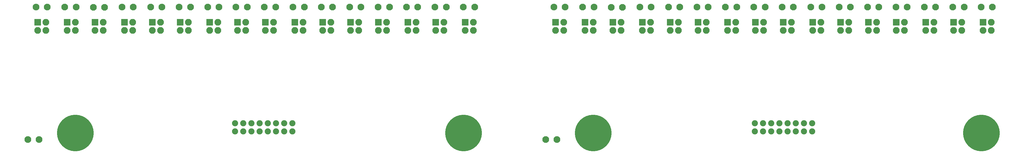
<source format=gbr>
G04 #@! TF.FileFunction,Soldermask,Bot*
%FSLAX46Y46*%
G04 Gerber Fmt 4.6, Leading zero omitted, Abs format (unit mm)*
G04 Created by KiCad (PCBNEW 4.0.6) date 06/29/17 23:58:37*
%MOMM*%
%LPD*%
G01*
G04 APERTURE LIST*
%ADD10C,0.100000*%
%ADD11C,11.400000*%
%ADD12C,1.100000*%
%ADD13R,2.100000X2.100000*%
%ADD14O,2.100000X2.100000*%
%ADD15C,2.100000*%
%ADD16C,1.900000*%
G04 APERTURE END LIST*
D10*
D11*
X325699120Y-66040000D03*
D12*
X329824120Y-66040000D03*
X328625935Y-68966815D03*
X325699120Y-70165000D03*
X322772305Y-68966815D03*
X321574120Y-66040000D03*
X322772305Y-63113185D03*
X325699120Y-61915000D03*
X328625935Y-63113185D03*
D11*
X205303120Y-66040000D03*
D12*
X209428120Y-66040000D03*
X208229935Y-68966815D03*
X205303120Y-70165000D03*
X202376305Y-68966815D03*
X201178120Y-66040000D03*
X202376305Y-63113185D03*
X205303120Y-61915000D03*
X208229935Y-63113185D03*
D13*
X326207120Y-31496000D03*
D14*
X328747120Y-31496000D03*
X326207120Y-34036000D03*
X328747120Y-34036000D03*
D13*
X317063120Y-31496000D03*
D14*
X319603120Y-31496000D03*
X317063120Y-34036000D03*
X319603120Y-34036000D03*
D13*
X308427120Y-31496000D03*
D14*
X310967120Y-31496000D03*
X308427120Y-34036000D03*
X310967120Y-34036000D03*
D13*
X299283120Y-31496000D03*
D14*
X301823120Y-31496000D03*
X299283120Y-34036000D03*
X301823120Y-34036000D03*
D13*
X290647120Y-31496000D03*
D14*
X293187120Y-31496000D03*
X290647120Y-34036000D03*
X293187120Y-34036000D03*
D13*
X282011120Y-31496000D03*
D14*
X284551120Y-31496000D03*
X282011120Y-34036000D03*
X284551120Y-34036000D03*
D13*
X273375120Y-31496000D03*
D14*
X275915120Y-31496000D03*
X273375120Y-34036000D03*
X275915120Y-34036000D03*
D13*
X264231120Y-31496000D03*
D14*
X266771120Y-31496000D03*
X264231120Y-34036000D03*
X266771120Y-34036000D03*
D13*
X255595120Y-31496000D03*
D14*
X258135120Y-31496000D03*
X255595120Y-34036000D03*
X258135120Y-34036000D03*
D13*
X246959120Y-31496000D03*
D14*
X249499120Y-31496000D03*
X246959120Y-34036000D03*
X249499120Y-34036000D03*
D13*
X237815120Y-31496000D03*
D14*
X240355120Y-31496000D03*
X237815120Y-34036000D03*
X240355120Y-34036000D03*
D13*
X229179120Y-31496000D03*
D14*
X231719120Y-31496000D03*
X229179120Y-34036000D03*
X231719120Y-34036000D03*
D13*
X220543120Y-31496000D03*
D14*
X223083120Y-31496000D03*
X220543120Y-34036000D03*
X223083120Y-34036000D03*
D13*
X211399120Y-31496000D03*
D14*
X213939120Y-31496000D03*
X211399120Y-34036000D03*
X213939120Y-34036000D03*
D13*
X202763120Y-31496000D03*
D14*
X205303120Y-31496000D03*
X202763120Y-34036000D03*
X205303120Y-34036000D03*
D13*
X193619120Y-31496000D03*
D14*
X196159120Y-31496000D03*
X193619120Y-34036000D03*
X196159120Y-34036000D03*
D15*
X190571120Y-68072000D03*
X194071120Y-68072000D03*
X196616320Y-26771600D03*
X193116320Y-26771600D03*
X205557120Y-26771600D03*
X202057120Y-26771600D03*
X223286320Y-26771600D03*
X219786320Y-26771600D03*
X214396320Y-26822400D03*
X210896320Y-26822400D03*
X249854720Y-26771600D03*
X246354720Y-26771600D03*
X258643120Y-26771600D03*
X255143120Y-26771600D03*
X241015520Y-26771600D03*
X237515520Y-26771600D03*
X232176320Y-26771600D03*
X228676320Y-26771600D03*
X302737520Y-26771600D03*
X299237520Y-26771600D03*
X311525920Y-26771600D03*
X308025920Y-26771600D03*
X329153520Y-26771600D03*
X325653520Y-26771600D03*
X320365120Y-26771600D03*
X316865120Y-26771600D03*
X285109920Y-26771600D03*
X281609920Y-26771600D03*
X293898320Y-26771600D03*
X290398320Y-26771600D03*
X276321520Y-26771600D03*
X272821520Y-26771600D03*
X267431520Y-26771600D03*
X263931520Y-26771600D03*
X106832400Y-26771600D03*
X103332400Y-26771600D03*
X115722400Y-26771600D03*
X112222400Y-26771600D03*
X133299200Y-26771600D03*
X129799200Y-26771600D03*
X124510800Y-26771600D03*
X121010800Y-26771600D03*
X159766000Y-26771600D03*
X156266000Y-26771600D03*
X168554400Y-26771600D03*
X165054400Y-26771600D03*
X150926800Y-26771600D03*
X147426800Y-26771600D03*
X142138400Y-26771600D03*
X138638400Y-26771600D03*
X71577200Y-26771600D03*
X68077200Y-26771600D03*
X80416400Y-26771600D03*
X76916400Y-26771600D03*
X98044000Y-26771600D03*
X94544000Y-26771600D03*
X89255600Y-26771600D03*
X85755600Y-26771600D03*
X53797200Y-26822400D03*
X50297200Y-26822400D03*
X62687200Y-26771600D03*
X59187200Y-26771600D03*
X44958000Y-26771600D03*
X41458000Y-26771600D03*
X36017200Y-26771600D03*
X32517200Y-26771600D03*
X29972000Y-68072000D03*
X33472000Y-68072000D03*
D13*
X33020000Y-31496000D03*
D14*
X35560000Y-31496000D03*
X33020000Y-34036000D03*
X35560000Y-34036000D03*
D13*
X42164000Y-31496000D03*
D14*
X44704000Y-31496000D03*
X42164000Y-34036000D03*
X44704000Y-34036000D03*
D13*
X50800000Y-31496000D03*
D14*
X53340000Y-31496000D03*
X50800000Y-34036000D03*
X53340000Y-34036000D03*
D13*
X59944000Y-31496000D03*
D14*
X62484000Y-31496000D03*
X59944000Y-34036000D03*
X62484000Y-34036000D03*
D13*
X68580000Y-31496000D03*
D14*
X71120000Y-31496000D03*
X68580000Y-34036000D03*
X71120000Y-34036000D03*
D13*
X77216000Y-31496000D03*
D14*
X79756000Y-31496000D03*
X77216000Y-34036000D03*
X79756000Y-34036000D03*
D13*
X86360000Y-31496000D03*
D14*
X88900000Y-31496000D03*
X86360000Y-34036000D03*
X88900000Y-34036000D03*
D13*
X94996000Y-31496000D03*
D14*
X97536000Y-31496000D03*
X94996000Y-34036000D03*
X97536000Y-34036000D03*
D13*
X103632000Y-31496000D03*
D14*
X106172000Y-31496000D03*
X103632000Y-34036000D03*
X106172000Y-34036000D03*
D13*
X112776000Y-31496000D03*
D14*
X115316000Y-31496000D03*
X112776000Y-34036000D03*
X115316000Y-34036000D03*
D13*
X121412000Y-31496000D03*
D14*
X123952000Y-31496000D03*
X121412000Y-34036000D03*
X123952000Y-34036000D03*
D13*
X130048000Y-31496000D03*
D14*
X132588000Y-31496000D03*
X130048000Y-34036000D03*
X132588000Y-34036000D03*
D13*
X138684000Y-31496000D03*
D14*
X141224000Y-31496000D03*
X138684000Y-34036000D03*
X141224000Y-34036000D03*
D13*
X147828000Y-31496000D03*
D14*
X150368000Y-31496000D03*
X147828000Y-34036000D03*
X150368000Y-34036000D03*
D13*
X156464000Y-31496000D03*
D14*
X159004000Y-31496000D03*
X156464000Y-34036000D03*
X159004000Y-34036000D03*
D13*
X165608000Y-31496000D03*
D14*
X168148000Y-31496000D03*
X165608000Y-34036000D03*
X168148000Y-34036000D03*
D11*
X44704000Y-66040000D03*
D12*
X48829000Y-66040000D03*
X47630815Y-68966815D03*
X44704000Y-70165000D03*
X41777185Y-68966815D03*
X40579000Y-66040000D03*
X41777185Y-63113185D03*
X44704000Y-61915000D03*
X47630815Y-63113185D03*
D11*
X165100000Y-66040000D03*
D12*
X169225000Y-66040000D03*
X168026815Y-68966815D03*
X165100000Y-70165000D03*
X162173185Y-68966815D03*
X160975000Y-66040000D03*
X162173185Y-63113185D03*
X165100000Y-61915000D03*
X168026815Y-63113185D03*
D16*
X112000000Y-63000000D03*
X112000000Y-65540000D03*
X109460000Y-65540000D03*
X109460000Y-63000000D03*
X106920000Y-63000000D03*
X106920000Y-65540000D03*
X104380000Y-65540000D03*
X104380000Y-63000000D03*
X101840000Y-63000000D03*
X101840000Y-65540000D03*
X99300000Y-65540000D03*
X99300000Y-63000000D03*
X96760000Y-63000000D03*
X96760000Y-65540000D03*
X94220000Y-65540000D03*
X94220000Y-63000000D03*
X273250000Y-63000000D03*
X273250000Y-65540000D03*
X270710000Y-65540000D03*
X270710000Y-63000000D03*
X268170000Y-63000000D03*
X268170000Y-65540000D03*
X265630000Y-65540000D03*
X265630000Y-63000000D03*
X263090000Y-63000000D03*
X263090000Y-65540000D03*
X260550000Y-65540000D03*
X260550000Y-63000000D03*
X258010000Y-63000000D03*
X258010000Y-65540000D03*
X255470000Y-65540000D03*
X255470000Y-63000000D03*
M02*

</source>
